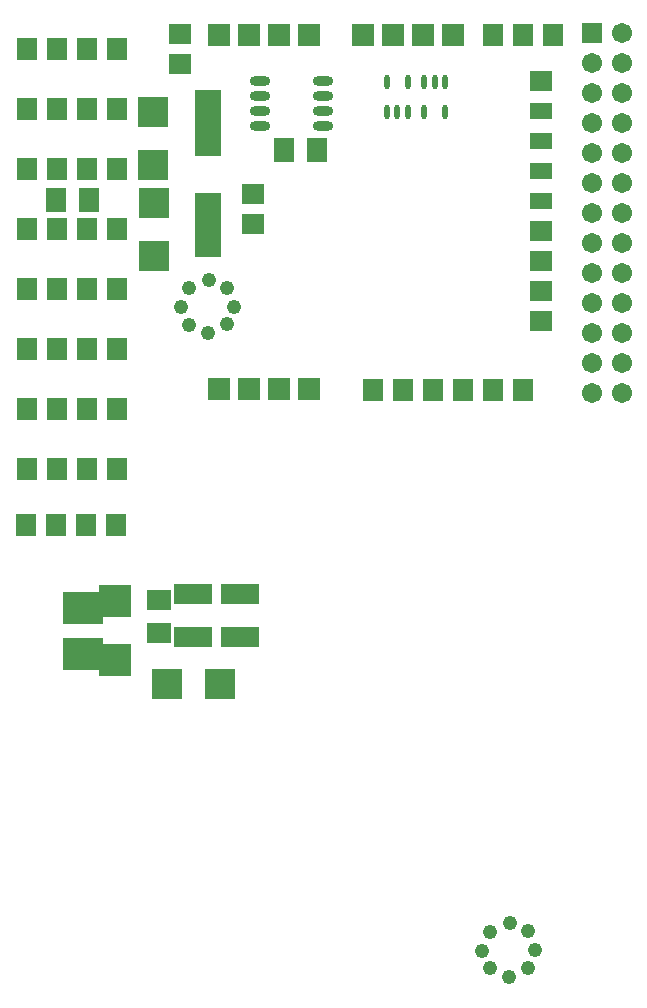
<source format=gbs>
G04 Layer_Color=16711935*
%FSAX25Y25*%
%MOIN*%
G70*
G01*
G75*
%ADD78R,0.07099X0.07887*%
%ADD81O,0.02000X0.04800*%
%ADD83R,0.09855X0.09855*%
%ADD86R,0.07887X0.07099*%
%ADD87R,0.07800X0.06800*%
%ADD88R,0.07800X0.07800*%
%ADD89R,0.06800X0.07800*%
%ADD90R,0.13398X0.10800*%
%ADD91R,0.10800X0.10800*%
%ADD92C,0.04800*%
%ADD93R,0.07800X0.05800*%
%ADD94C,0.06706*%
%ADD95R,0.06706X0.06706*%
%ADD96R,0.12800X0.06800*%
%ADD97R,0.09855X0.09855*%
%ADD98R,0.08800X0.21800*%
%ADD99R,0.08800X0.22300*%
%ADD100O,0.06861X0.03162*%
D78*
X1462588Y1247700D02*
D03*
X1473612D02*
D03*
X1538588Y1264500D02*
D03*
X1549612D02*
D03*
D81*
X1585400Y1287100D02*
D03*
X1588900D02*
D03*
X1592400D02*
D03*
Y1277200D02*
D03*
X1585400D02*
D03*
X1579800Y1287100D02*
D03*
X1572800D02*
D03*
Y1277200D02*
D03*
X1576300D02*
D03*
X1579800D02*
D03*
D83*
X1499642Y1086313D02*
D03*
X1517358D02*
D03*
D86*
X1496900Y1114312D02*
D03*
Y1103288D02*
D03*
D87*
X1528300Y1239600D02*
D03*
Y1249600D02*
D03*
X1503900Y1293000D02*
D03*
Y1303000D02*
D03*
X1624300Y1207500D02*
D03*
Y1287500D02*
D03*
Y1237500D02*
D03*
Y1227500D02*
D03*
Y1217500D02*
D03*
D88*
X1516890Y1184610D02*
D03*
X1526890D02*
D03*
X1536890D02*
D03*
X1546890D02*
D03*
X1516990Y1302610D02*
D03*
X1526990D02*
D03*
X1536990D02*
D03*
X1546990D02*
D03*
X1594990D02*
D03*
X1584990D02*
D03*
X1574990D02*
D03*
X1564990D02*
D03*
D89*
X1628300Y1302700D02*
D03*
X1618300D02*
D03*
X1608300D02*
D03*
X1618200Y1184500D02*
D03*
X1608200D02*
D03*
X1598200D02*
D03*
X1588200D02*
D03*
X1578200D02*
D03*
X1568200D02*
D03*
X1452900Y1158100D02*
D03*
X1462900D02*
D03*
X1472900D02*
D03*
X1482900D02*
D03*
Y1198100D02*
D03*
X1472900D02*
D03*
X1462900D02*
D03*
X1452900D02*
D03*
X1482900Y1238100D02*
D03*
X1472900D02*
D03*
X1462900D02*
D03*
X1452900D02*
D03*
X1482900Y1278100D02*
D03*
X1472900D02*
D03*
X1462900D02*
D03*
X1452900D02*
D03*
X1482900Y1298100D02*
D03*
X1472900D02*
D03*
X1462900D02*
D03*
X1452900D02*
D03*
X1482900Y1178100D02*
D03*
X1472900D02*
D03*
X1462900D02*
D03*
X1452900D02*
D03*
X1482900Y1218100D02*
D03*
X1472900D02*
D03*
X1462900D02*
D03*
X1452900D02*
D03*
X1482900Y1258100D02*
D03*
X1472900D02*
D03*
X1462900D02*
D03*
X1452900D02*
D03*
X1482500Y1139500D02*
D03*
X1472500D02*
D03*
X1462500D02*
D03*
X1452500D02*
D03*
D90*
X1471600Y1111860D02*
D03*
Y1096560D02*
D03*
D91*
X1482400Y1114260D02*
D03*
Y1094460D02*
D03*
D92*
X1506830Y1206140D02*
D03*
X1519530Y1206340D02*
D03*
X1506830Y1218340D02*
D03*
X1519530Y1218440D02*
D03*
X1513130Y1203340D02*
D03*
X1522030Y1212140D02*
D03*
X1513530Y1221140D02*
D03*
X1504130Y1211940D02*
D03*
X1604530Y0997440D02*
D03*
X1613930Y1006640D02*
D03*
X1622430Y0997640D02*
D03*
X1613530Y0988840D02*
D03*
X1619930Y1003940D02*
D03*
X1607230Y1003840D02*
D03*
X1619930Y0991840D02*
D03*
X1607230Y0991640D02*
D03*
D93*
X1624300Y1277500D02*
D03*
Y1267500D02*
D03*
Y1257500D02*
D03*
Y1247500D02*
D03*
D94*
X1651200Y1183300D02*
D03*
X1641200D02*
D03*
X1651200Y1193300D02*
D03*
X1641200D02*
D03*
X1651200Y1203300D02*
D03*
X1641200D02*
D03*
X1651200Y1213300D02*
D03*
X1641200D02*
D03*
X1651200Y1223300D02*
D03*
X1641200D02*
D03*
X1651200Y1233300D02*
D03*
X1641200D02*
D03*
X1651200Y1243300D02*
D03*
X1641200D02*
D03*
X1651200Y1253300D02*
D03*
X1641200D02*
D03*
X1651200Y1263300D02*
D03*
X1641200D02*
D03*
X1651200Y1273300D02*
D03*
X1641200D02*
D03*
X1651200Y1283300D02*
D03*
X1641200D02*
D03*
X1651200Y1293300D02*
D03*
X1641200D02*
D03*
X1651200Y1303300D02*
D03*
D95*
X1641200D02*
D03*
D96*
X1523800Y1102098D02*
D03*
Y1116302D02*
D03*
X1508400Y1102098D02*
D03*
Y1116302D02*
D03*
D97*
X1494987Y1259342D02*
D03*
Y1277058D02*
D03*
X1495213Y1246758D02*
D03*
Y1229042D02*
D03*
D98*
X1513400Y1239300D02*
D03*
D99*
Y1273300D02*
D03*
D100*
X1551500Y1282300D02*
D03*
Y1287300D02*
D03*
Y1277300D02*
D03*
Y1272300D02*
D03*
X1530500Y1287300D02*
D03*
Y1282300D02*
D03*
Y1277300D02*
D03*
Y1272300D02*
D03*
M02*

</source>
